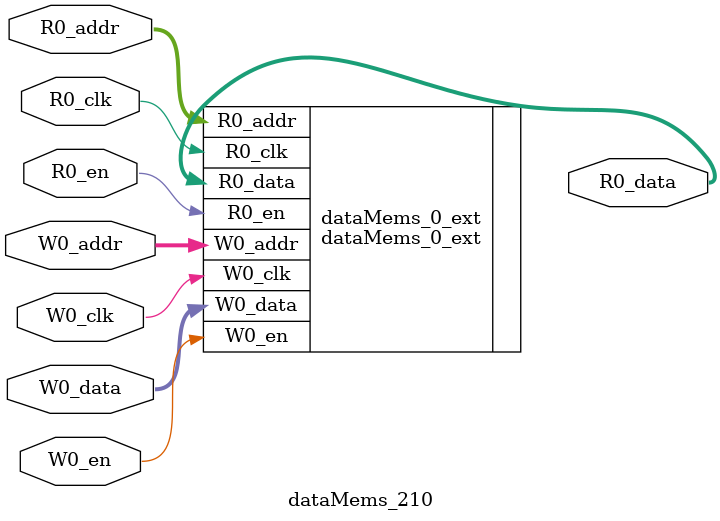
<source format=sv>
`ifndef RANDOMIZE
  `ifdef RANDOMIZE_REG_INIT
    `define RANDOMIZE
  `endif // RANDOMIZE_REG_INIT
`endif // not def RANDOMIZE
`ifndef RANDOMIZE
  `ifdef RANDOMIZE_MEM_INIT
    `define RANDOMIZE
  `endif // RANDOMIZE_MEM_INIT
`endif // not def RANDOMIZE

`ifndef RANDOM
  `define RANDOM $random
`endif // not def RANDOM

// Users can define 'PRINTF_COND' to add an extra gate to prints.
`ifndef PRINTF_COND_
  `ifdef PRINTF_COND
    `define PRINTF_COND_ (`PRINTF_COND)
  `else  // PRINTF_COND
    `define PRINTF_COND_ 1
  `endif // PRINTF_COND
`endif // not def PRINTF_COND_

// Users can define 'ASSERT_VERBOSE_COND' to add an extra gate to assert error printing.
`ifndef ASSERT_VERBOSE_COND_
  `ifdef ASSERT_VERBOSE_COND
    `define ASSERT_VERBOSE_COND_ (`ASSERT_VERBOSE_COND)
  `else  // ASSERT_VERBOSE_COND
    `define ASSERT_VERBOSE_COND_ 1
  `endif // ASSERT_VERBOSE_COND
`endif // not def ASSERT_VERBOSE_COND_

// Users can define 'STOP_COND' to add an extra gate to stop conditions.
`ifndef STOP_COND_
  `ifdef STOP_COND
    `define STOP_COND_ (`STOP_COND)
  `else  // STOP_COND
    `define STOP_COND_ 1
  `endif // STOP_COND
`endif // not def STOP_COND_

// Users can define INIT_RANDOM as general code that gets injected into the
// initializer block for modules with registers.
`ifndef INIT_RANDOM
  `define INIT_RANDOM
`endif // not def INIT_RANDOM

// If using random initialization, you can also define RANDOMIZE_DELAY to
// customize the delay used, otherwise 0.002 is used.
`ifndef RANDOMIZE_DELAY
  `define RANDOMIZE_DELAY 0.002
`endif // not def RANDOMIZE_DELAY

// Define INIT_RANDOM_PROLOG_ for use in our modules below.
`ifndef INIT_RANDOM_PROLOG_
  `ifdef RANDOMIZE
    `ifdef VERILATOR
      `define INIT_RANDOM_PROLOG_ `INIT_RANDOM
    `else  // VERILATOR
      `define INIT_RANDOM_PROLOG_ `INIT_RANDOM #`RANDOMIZE_DELAY begin end
    `endif // VERILATOR
  `else  // RANDOMIZE
    `define INIT_RANDOM_PROLOG_
  `endif // RANDOMIZE
`endif // not def INIT_RANDOM_PROLOG_

// Include register initializers in init blocks unless synthesis is set
`ifndef SYNTHESIS
  `ifndef ENABLE_INITIAL_REG_
    `define ENABLE_INITIAL_REG_
  `endif // not def ENABLE_INITIAL_REG_
`endif // not def SYNTHESIS

// Include rmemory initializers in init blocks unless synthesis is set
`ifndef SYNTHESIS
  `ifndef ENABLE_INITIAL_MEM_
    `define ENABLE_INITIAL_MEM_
  `endif // not def ENABLE_INITIAL_MEM_
`endif // not def SYNTHESIS

module dataMems_210(	// @[generators/ara/src/main/scala/UnsafeAXI4ToTL.scala:365:62]
  input  [4:0]  R0_addr,
  input         R0_en,
  input         R0_clk,
  output [66:0] R0_data,
  input  [4:0]  W0_addr,
  input         W0_en,
  input         W0_clk,
  input  [66:0] W0_data
);

  dataMems_0_ext dataMems_0_ext (	// @[generators/ara/src/main/scala/UnsafeAXI4ToTL.scala:365:62]
    .R0_addr (R0_addr),
    .R0_en   (R0_en),
    .R0_clk  (R0_clk),
    .R0_data (R0_data),
    .W0_addr (W0_addr),
    .W0_en   (W0_en),
    .W0_clk  (W0_clk),
    .W0_data (W0_data)
  );
endmodule


</source>
